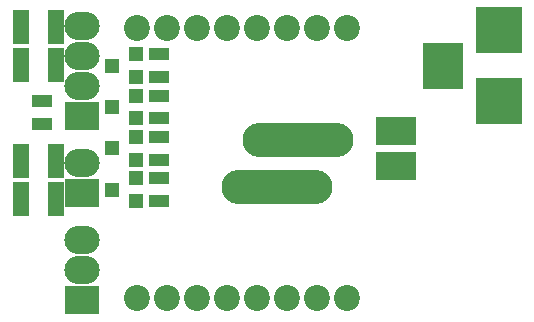
<source format=gbs>
G04 #@! TF.FileFunction,Soldermask,Bot*
%FSLAX46Y46*%
G04 Gerber Fmt 4.6, Leading zero omitted, Abs format (unit mm)*
G04 Created by KiCad (PCBNEW 4.0.7) date 02/12/20 22:04:27*
%MOMM*%
%LPD*%
G01*
G04 APERTURE LIST*
%ADD10C,0.100000*%
%ADD11O,9.400000X2.900000*%
%ADD12R,3.900000X3.900000*%
%ADD13R,3.400000X3.900000*%
%ADD14R,3.000000X2.400000*%
%ADD15O,3.000000X2.400000*%
%ADD16C,2.200000*%
%ADD17R,1.400000X2.900000*%
%ADD18R,1.300000X1.200000*%
%ADD19R,1.700000X1.100000*%
%ADD20R,3.400000X2.400000*%
G04 APERTURE END LIST*
D10*
D11*
X157000000Y-66020000D03*
D12*
X174000000Y-56750000D03*
X174000000Y-62750000D03*
D13*
X169300000Y-59750000D03*
D14*
X138750000Y-79600000D03*
D15*
X138750000Y-77060000D03*
X138750000Y-74520000D03*
D14*
X138750000Y-70500000D03*
D15*
X138750000Y-67960000D03*
D14*
X138750000Y-64000000D03*
D15*
X138750000Y-61460000D03*
X138750000Y-58920000D03*
X138750000Y-56380000D03*
D16*
X143360000Y-56570000D03*
X143360000Y-79430000D03*
X145900000Y-56570000D03*
X145900000Y-79430000D03*
X148440000Y-56570000D03*
X148440000Y-79430000D03*
X150980000Y-56570000D03*
X150980000Y-79430000D03*
X153520000Y-56570000D03*
X153520000Y-79430000D03*
X156060000Y-56570000D03*
X156060000Y-79430000D03*
X158600000Y-56570000D03*
X158600000Y-79430000D03*
X161140000Y-56570000D03*
X161140000Y-79430000D03*
D17*
X136550000Y-67850000D03*
X133550000Y-67850000D03*
X136550000Y-71000000D03*
X133550000Y-71000000D03*
X136550000Y-59700000D03*
X133550000Y-59700000D03*
X136550000Y-56500000D03*
X133550000Y-56500000D03*
D18*
X143250000Y-58800000D03*
X143250000Y-60700000D03*
X141250000Y-59750000D03*
X143250000Y-62300000D03*
X143250000Y-64200000D03*
X141250000Y-63250000D03*
X143250000Y-65800000D03*
X143250000Y-67700000D03*
X141250000Y-66750000D03*
X143250000Y-69300000D03*
X143250000Y-71200000D03*
X141250000Y-70250000D03*
D19*
X145250000Y-58800000D03*
X145250000Y-60700000D03*
X145250000Y-62300000D03*
X145250000Y-64200000D03*
X145250000Y-65800000D03*
X145250000Y-67700000D03*
X145250000Y-69300000D03*
X145250000Y-71200000D03*
D20*
X165300000Y-65250000D03*
X165300000Y-68250000D03*
D11*
X155250000Y-69980000D03*
D19*
X135300000Y-64650000D03*
X135300000Y-62750000D03*
M02*

</source>
